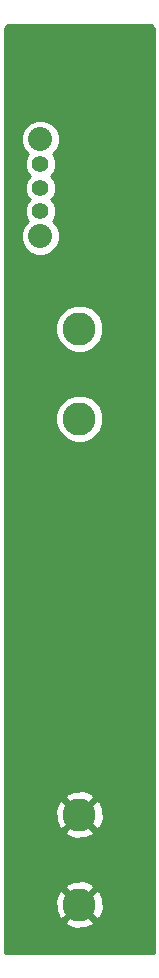
<source format=gbr>
G04 #@! TF.FileFunction,Copper,L2,Bot,Signal*
%FSLAX46Y46*%
G04 Gerber Fmt 4.6, Leading zero omitted, Abs format (unit mm)*
G04 Created by KiCad (PCBNEW 4.0.7) date 10/22/17 13:54:43*
%MOMM*%
%LPD*%
G01*
G04 APERTURE LIST*
%ADD10C,0.100000*%
%ADD11C,2.794000*%
%ADD12C,1.397000*%
%ADD13C,2.032000*%
%ADD14C,0.600000*%
%ADD15C,0.254000*%
G04 APERTURE END LIST*
D10*
D11*
X161036000Y-78232000D03*
X161036000Y-85852000D03*
X161036000Y-119380000D03*
X161036000Y-127000000D03*
D12*
X157734000Y-68300600D03*
X157734000Y-66294000D03*
X157734000Y-64287400D03*
D13*
X157734000Y-70396100D03*
X157734000Y-62191900D03*
D14*
X159766000Y-58420000D03*
X164338000Y-61341000D03*
D15*
G36*
X167116777Y-52562144D02*
X167211539Y-52625461D01*
X167274856Y-52720223D01*
X167311000Y-52901930D01*
X167311000Y-131116000D01*
X154761000Y-131116000D01*
X154761000Y-128439556D01*
X159776050Y-128439556D01*
X159923256Y-128747625D01*
X160676746Y-129040423D01*
X161484929Y-129022586D01*
X162148744Y-128747625D01*
X162295950Y-128439556D01*
X161036000Y-127179605D01*
X159776050Y-128439556D01*
X154761000Y-128439556D01*
X154761000Y-126640746D01*
X158995577Y-126640746D01*
X159013414Y-127448929D01*
X159288375Y-128112744D01*
X159596444Y-128259950D01*
X160856395Y-127000000D01*
X161215605Y-127000000D01*
X162475556Y-128259950D01*
X162783625Y-128112744D01*
X163076423Y-127359254D01*
X163058586Y-126551071D01*
X162783625Y-125887256D01*
X162475556Y-125740050D01*
X161215605Y-127000000D01*
X160856395Y-127000000D01*
X159596444Y-125740050D01*
X159288375Y-125887256D01*
X158995577Y-126640746D01*
X154761000Y-126640746D01*
X154761000Y-125560444D01*
X159776050Y-125560444D01*
X161036000Y-126820395D01*
X162295950Y-125560444D01*
X162148744Y-125252375D01*
X161395254Y-124959577D01*
X160587071Y-124977414D01*
X159923256Y-125252375D01*
X159776050Y-125560444D01*
X154761000Y-125560444D01*
X154761000Y-120819556D01*
X159776050Y-120819556D01*
X159923256Y-121127625D01*
X160676746Y-121420423D01*
X161484929Y-121402586D01*
X162148744Y-121127625D01*
X162295950Y-120819556D01*
X161036000Y-119559605D01*
X159776050Y-120819556D01*
X154761000Y-120819556D01*
X154761000Y-119020746D01*
X158995577Y-119020746D01*
X159013414Y-119828929D01*
X159288375Y-120492744D01*
X159596444Y-120639950D01*
X160856395Y-119380000D01*
X161215605Y-119380000D01*
X162475556Y-120639950D01*
X162783625Y-120492744D01*
X163076423Y-119739254D01*
X163058586Y-118931071D01*
X162783625Y-118267256D01*
X162475556Y-118120050D01*
X161215605Y-119380000D01*
X160856395Y-119380000D01*
X159596444Y-118120050D01*
X159288375Y-118267256D01*
X158995577Y-119020746D01*
X154761000Y-119020746D01*
X154761000Y-117940444D01*
X159776050Y-117940444D01*
X161036000Y-119200395D01*
X162295950Y-117940444D01*
X162148744Y-117632375D01*
X161395254Y-117339577D01*
X160587071Y-117357414D01*
X159923256Y-117632375D01*
X159776050Y-117940444D01*
X154761000Y-117940444D01*
X154761000Y-86254416D01*
X159003648Y-86254416D01*
X159312350Y-87001532D01*
X159883462Y-87573641D01*
X160630037Y-87883646D01*
X161438416Y-87884352D01*
X162185532Y-87575650D01*
X162757641Y-87004538D01*
X163067646Y-86257963D01*
X163068352Y-85449584D01*
X162759650Y-84702468D01*
X162188538Y-84130359D01*
X161441963Y-83820354D01*
X160633584Y-83819648D01*
X159886468Y-84128350D01*
X159314359Y-84699462D01*
X159004354Y-85446037D01*
X159003648Y-86254416D01*
X154761000Y-86254416D01*
X154761000Y-78634416D01*
X159003648Y-78634416D01*
X159312350Y-79381532D01*
X159883462Y-79953641D01*
X160630037Y-80263646D01*
X161438416Y-80264352D01*
X162185532Y-79955650D01*
X162757641Y-79384538D01*
X163067646Y-78637963D01*
X163068352Y-77829584D01*
X162759650Y-77082468D01*
X162188538Y-76510359D01*
X161441963Y-76200354D01*
X160633584Y-76199648D01*
X159886468Y-76508350D01*
X159314359Y-77079462D01*
X159004354Y-77826037D01*
X159003648Y-78634416D01*
X154761000Y-78634416D01*
X154761000Y-62518863D01*
X156082714Y-62518863D01*
X156333534Y-63125895D01*
X156671193Y-63464144D01*
X156604173Y-63531047D01*
X156400732Y-64020987D01*
X156400269Y-64551486D01*
X156602854Y-65041780D01*
X156851445Y-65290805D01*
X156604173Y-65537647D01*
X156400732Y-66027587D01*
X156400269Y-66558086D01*
X156602854Y-67048380D01*
X156851445Y-67297405D01*
X156604173Y-67544247D01*
X156400732Y-68034187D01*
X156400269Y-68564686D01*
X156602854Y-69054980D01*
X156671585Y-69123831D01*
X156335166Y-69459663D01*
X156083287Y-70066255D01*
X156082714Y-70723063D01*
X156333534Y-71330095D01*
X156797563Y-71794934D01*
X157404155Y-72046813D01*
X158060963Y-72047386D01*
X158667995Y-71796566D01*
X159132834Y-71332537D01*
X159384713Y-70725945D01*
X159385286Y-70069137D01*
X159134466Y-69462105D01*
X158796807Y-69123856D01*
X158863827Y-69056953D01*
X159067268Y-68567013D01*
X159067731Y-68036514D01*
X158865146Y-67546220D01*
X158616555Y-67297195D01*
X158863827Y-67050353D01*
X159067268Y-66560413D01*
X159067731Y-66029914D01*
X158865146Y-65539620D01*
X158616555Y-65290595D01*
X158863827Y-65043753D01*
X159067268Y-64553813D01*
X159067731Y-64023314D01*
X158865146Y-63533020D01*
X158796415Y-63464169D01*
X159132834Y-63128337D01*
X159384713Y-62521745D01*
X159385286Y-61864937D01*
X159134466Y-61257905D01*
X158670437Y-60793066D01*
X158063845Y-60541187D01*
X157407037Y-60540614D01*
X156800005Y-60791434D01*
X156335166Y-61255463D01*
X156083287Y-61862055D01*
X156082714Y-62518863D01*
X154761000Y-62518863D01*
X154761000Y-52901931D01*
X154797144Y-52720223D01*
X154860461Y-52625461D01*
X154955223Y-52562144D01*
X155136930Y-52526000D01*
X166935069Y-52526000D01*
X167116777Y-52562144D01*
X167116777Y-52562144D01*
G37*
X167116777Y-52562144D02*
X167211539Y-52625461D01*
X167274856Y-52720223D01*
X167311000Y-52901930D01*
X167311000Y-131116000D01*
X154761000Y-131116000D01*
X154761000Y-128439556D01*
X159776050Y-128439556D01*
X159923256Y-128747625D01*
X160676746Y-129040423D01*
X161484929Y-129022586D01*
X162148744Y-128747625D01*
X162295950Y-128439556D01*
X161036000Y-127179605D01*
X159776050Y-128439556D01*
X154761000Y-128439556D01*
X154761000Y-126640746D01*
X158995577Y-126640746D01*
X159013414Y-127448929D01*
X159288375Y-128112744D01*
X159596444Y-128259950D01*
X160856395Y-127000000D01*
X161215605Y-127000000D01*
X162475556Y-128259950D01*
X162783625Y-128112744D01*
X163076423Y-127359254D01*
X163058586Y-126551071D01*
X162783625Y-125887256D01*
X162475556Y-125740050D01*
X161215605Y-127000000D01*
X160856395Y-127000000D01*
X159596444Y-125740050D01*
X159288375Y-125887256D01*
X158995577Y-126640746D01*
X154761000Y-126640746D01*
X154761000Y-125560444D01*
X159776050Y-125560444D01*
X161036000Y-126820395D01*
X162295950Y-125560444D01*
X162148744Y-125252375D01*
X161395254Y-124959577D01*
X160587071Y-124977414D01*
X159923256Y-125252375D01*
X159776050Y-125560444D01*
X154761000Y-125560444D01*
X154761000Y-120819556D01*
X159776050Y-120819556D01*
X159923256Y-121127625D01*
X160676746Y-121420423D01*
X161484929Y-121402586D01*
X162148744Y-121127625D01*
X162295950Y-120819556D01*
X161036000Y-119559605D01*
X159776050Y-120819556D01*
X154761000Y-120819556D01*
X154761000Y-119020746D01*
X158995577Y-119020746D01*
X159013414Y-119828929D01*
X159288375Y-120492744D01*
X159596444Y-120639950D01*
X160856395Y-119380000D01*
X161215605Y-119380000D01*
X162475556Y-120639950D01*
X162783625Y-120492744D01*
X163076423Y-119739254D01*
X163058586Y-118931071D01*
X162783625Y-118267256D01*
X162475556Y-118120050D01*
X161215605Y-119380000D01*
X160856395Y-119380000D01*
X159596444Y-118120050D01*
X159288375Y-118267256D01*
X158995577Y-119020746D01*
X154761000Y-119020746D01*
X154761000Y-117940444D01*
X159776050Y-117940444D01*
X161036000Y-119200395D01*
X162295950Y-117940444D01*
X162148744Y-117632375D01*
X161395254Y-117339577D01*
X160587071Y-117357414D01*
X159923256Y-117632375D01*
X159776050Y-117940444D01*
X154761000Y-117940444D01*
X154761000Y-86254416D01*
X159003648Y-86254416D01*
X159312350Y-87001532D01*
X159883462Y-87573641D01*
X160630037Y-87883646D01*
X161438416Y-87884352D01*
X162185532Y-87575650D01*
X162757641Y-87004538D01*
X163067646Y-86257963D01*
X163068352Y-85449584D01*
X162759650Y-84702468D01*
X162188538Y-84130359D01*
X161441963Y-83820354D01*
X160633584Y-83819648D01*
X159886468Y-84128350D01*
X159314359Y-84699462D01*
X159004354Y-85446037D01*
X159003648Y-86254416D01*
X154761000Y-86254416D01*
X154761000Y-78634416D01*
X159003648Y-78634416D01*
X159312350Y-79381532D01*
X159883462Y-79953641D01*
X160630037Y-80263646D01*
X161438416Y-80264352D01*
X162185532Y-79955650D01*
X162757641Y-79384538D01*
X163067646Y-78637963D01*
X163068352Y-77829584D01*
X162759650Y-77082468D01*
X162188538Y-76510359D01*
X161441963Y-76200354D01*
X160633584Y-76199648D01*
X159886468Y-76508350D01*
X159314359Y-77079462D01*
X159004354Y-77826037D01*
X159003648Y-78634416D01*
X154761000Y-78634416D01*
X154761000Y-62518863D01*
X156082714Y-62518863D01*
X156333534Y-63125895D01*
X156671193Y-63464144D01*
X156604173Y-63531047D01*
X156400732Y-64020987D01*
X156400269Y-64551486D01*
X156602854Y-65041780D01*
X156851445Y-65290805D01*
X156604173Y-65537647D01*
X156400732Y-66027587D01*
X156400269Y-66558086D01*
X156602854Y-67048380D01*
X156851445Y-67297405D01*
X156604173Y-67544247D01*
X156400732Y-68034187D01*
X156400269Y-68564686D01*
X156602854Y-69054980D01*
X156671585Y-69123831D01*
X156335166Y-69459663D01*
X156083287Y-70066255D01*
X156082714Y-70723063D01*
X156333534Y-71330095D01*
X156797563Y-71794934D01*
X157404155Y-72046813D01*
X158060963Y-72047386D01*
X158667995Y-71796566D01*
X159132834Y-71332537D01*
X159384713Y-70725945D01*
X159385286Y-70069137D01*
X159134466Y-69462105D01*
X158796807Y-69123856D01*
X158863827Y-69056953D01*
X159067268Y-68567013D01*
X159067731Y-68036514D01*
X158865146Y-67546220D01*
X158616555Y-67297195D01*
X158863827Y-67050353D01*
X159067268Y-66560413D01*
X159067731Y-66029914D01*
X158865146Y-65539620D01*
X158616555Y-65290595D01*
X158863827Y-65043753D01*
X159067268Y-64553813D01*
X159067731Y-64023314D01*
X158865146Y-63533020D01*
X158796415Y-63464169D01*
X159132834Y-63128337D01*
X159384713Y-62521745D01*
X159385286Y-61864937D01*
X159134466Y-61257905D01*
X158670437Y-60793066D01*
X158063845Y-60541187D01*
X157407037Y-60540614D01*
X156800005Y-60791434D01*
X156335166Y-61255463D01*
X156083287Y-61862055D01*
X156082714Y-62518863D01*
X154761000Y-62518863D01*
X154761000Y-52901931D01*
X154797144Y-52720223D01*
X154860461Y-52625461D01*
X154955223Y-52562144D01*
X155136930Y-52526000D01*
X166935069Y-52526000D01*
X167116777Y-52562144D01*
M02*

</source>
